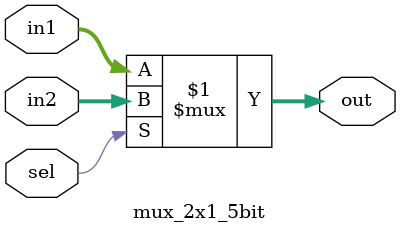
<source format=v>
`timescale 1ns / 1ps


module mux_2x1_5bit(
    input [4:0] in1,
    input [4:0] in2,
    input sel,
    output [4:0] out
    );

    assign out = sel ? in2 : in1;

endmodule

</source>
